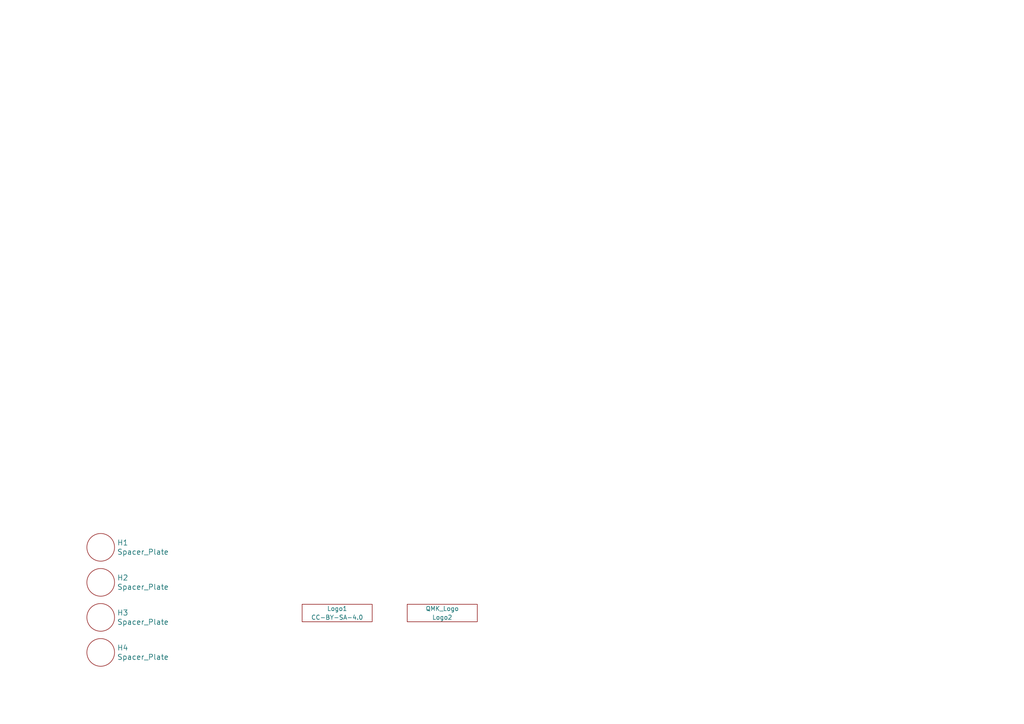
<source format=kicad_sch>
(kicad_sch (version 20211123) (generator eeschema)
  (paper "A4")
  (title_block (title "Little Big Scroll 6") (date "2022-04-07") (rev "v1.01") (company "Tweety's Wild Thinking") (comment 1 "Markus Knutsson <markus.knutsson@tweety.se>") (comment 2 "https://github.com/TweetyDaBird") (comment 3 "Licensed under Creative Commons BY-SA 4.0 International"))
  (lib_symbols
    (symbol "Keyboard Switches & Encoders:Spacer_Plate" (pin_names (offset 1.016))
      (property "Reference" "H1" (at 4.7244 1.3462 0))
      (property "Value" "Spacer_Plate" (at 4.7244 -1.3462 0))
      (symbol "Spacer_Plate_0_1"
        (circle (center 0 0) (radius 4.0132))
      )
    )
    (symbol "Logotypes:CC-BY-SA-4.0" (pin_names (offset 1.016))
      (property "Reference" "Logo" (at 0 1.27 0))
      (property "Value" "CC-BY-SA-4.0" (at 0 -1.27 0))
      (symbol "CC-BY-SA-4.0_0_1"
        (rectangle (start -10.16 2.54) (end 10.16 -2.54))
      )
    )
    (symbol "Logotypes:QMK_Logo" (pin_numbers hide) (pin_names (offset 0) hide) (in_bom no)
      (property "Reference" "Logo" (at 0 0 0))
      (property "Value" "QMK_Logo" (at 0 2.54 0))
      (symbol "QMK_Logo_0_1"
        (rectangle (start -10.16 3.81) (end 10.16 -1.27))
      )
    )
  )
  (symbol (lib_id "Keyboard Switches & Encoders:Spacer_Plate") (at 29.21 189.23 0) (unit 1)
    (property "Reference" "H4" (at 33.9344 187.8838 0) (effects (font (size 1.524 1.524)) (justify left)))
    (property "Value" "Spacer_Plate" (at 33.9344 190.5762 0) (effects (font (size 1.524 1.524)) (justify left)))
    (property "Footprint" "MountingHole:MountingHole_2.5mm" (effects hide))
  )
  (symbol (lib_id "Keyboard Switches & Encoders:Spacer_Plate") (at 29.21 168.91 0) (unit 1)
    (property "Reference" "H2" (at 33.9344 167.5638 0) (effects (font (size 1.524 1.524)) (justify left)))
    (property "Value" "Spacer_Plate" (at 33.9344 170.2562 0) (effects (font (size 1.524 1.524)) (justify left)))
    (property "Footprint" "MountingHole:MountingHole_2.5mm" (effects hide))
  )
  (symbol (lib_id "Keyboard Switches & Encoders:Spacer_Plate") (at 29.21 158.75 0) (unit 1)
    (property "Reference" "H1" (at 33.9344 157.4038 0) (effects (font (size 1.524 1.524)) (justify left)))
    (property "Value" "Spacer_Plate" (at 33.9344 160.0962 0) (effects (font (size 1.524 1.524)) (justify left)))
    (property "Footprint" "MountingHole:MountingHole_2.5mm" (effects hide))
  )
  (symbol (lib_id "Keyboard Switches & Encoders:Spacer_Plate") (at 29.21 179.07 0) (unit 1)
    (property "Reference" "H3" (at 33.9344 177.7238 0) (effects (font (size 1.524 1.524)) (justify left)))
    (property "Value" "Spacer_Plate" (at 33.9344 180.4162 0) (effects (font (size 1.524 1.524)) (justify left)))
    (property "Footprint" "MountingHole:MountingHole_2.5mm" (effects hide))
  )
  (symbol (lib_id "Logotypes:CC-BY-SA-4.0") (at 97.79 177.8 0) (unit 1)
    (property "Reference" "Logo1" (at 97.79 176.53 0))
    (property "Value" "CC-BY-SA-4.0" (at 97.79 179.07 0))
    (property "Footprint" "Logotypes:CC_BY_SA_40" (effects hide))
  )
  (symbol (lib_id "Logotypes:QMK_Logo") (at 128.27 179.07 0) (unit 1) (in_bom no)
    (property "Reference" "Logo2" (at 128.27 179.07 0))
    (property "Value" "QMK_Logo" (at 128.27 176.53 0))
    (property "Footprint" "Logotypes:Powered_by_QMK" (effects hide))
  )
)
</source>
